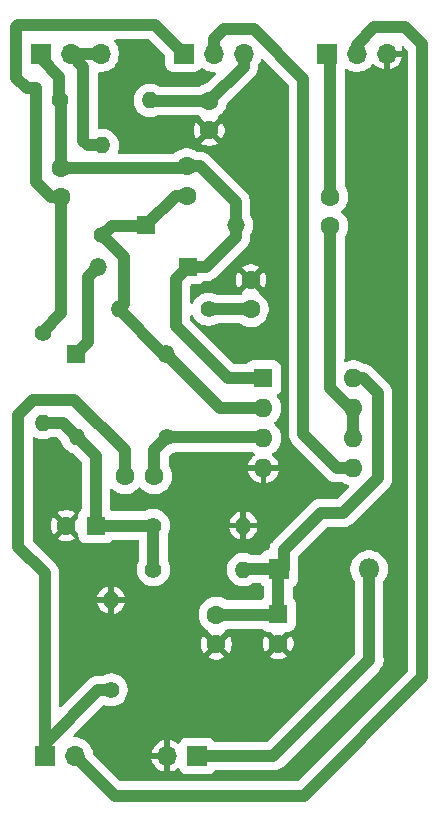
<source format=gbr>
%TF.GenerationSoftware,KiCad,Pcbnew,9.0.0*%
%TF.CreationDate,2025-03-29T15:55:27-07:00*%
%TF.ProjectId,Distortion-prototype,44697374-6f72-4746-996f-6e2d70726f74,rev?*%
%TF.SameCoordinates,Original*%
%TF.FileFunction,Copper,L2,Bot*%
%TF.FilePolarity,Positive*%
%FSLAX46Y46*%
G04 Gerber Fmt 4.6, Leading zero omitted, Abs format (unit mm)*
G04 Created by KiCad (PCBNEW 9.0.0) date 2025-03-29 15:55:27*
%MOMM*%
%LPD*%
G01*
G04 APERTURE LIST*
%TA.AperFunction,ComponentPad*%
%ADD10R,1.500000X1.500000*%
%TD*%
%TA.AperFunction,ComponentPad*%
%ADD11O,1.500000X1.500000*%
%TD*%
%TA.AperFunction,ComponentPad*%
%ADD12R,1.600000X1.600000*%
%TD*%
%TA.AperFunction,ComponentPad*%
%ADD13C,1.600000*%
%TD*%
%TA.AperFunction,ComponentPad*%
%ADD14C,1.400000*%
%TD*%
%TA.AperFunction,ComponentPad*%
%ADD15O,1.400000X1.400000*%
%TD*%
%TA.AperFunction,ComponentPad*%
%ADD16R,1.700000X1.700000*%
%TD*%
%TA.AperFunction,ComponentPad*%
%ADD17O,1.700000X1.700000*%
%TD*%
%TA.AperFunction,ComponentPad*%
%ADD18R,1.800000X1.800000*%
%TD*%
%TA.AperFunction,ComponentPad*%
%ADD19O,1.800000X1.800000*%
%TD*%
%TA.AperFunction,ComponentPad*%
%ADD20O,1.600000X1.600000*%
%TD*%
%TA.AperFunction,Conductor*%
%ADD21C,1.000000*%
%TD*%
G04 APERTURE END LIST*
D10*
%TO.P,D2,1,K*%
%TO.N,Net-(D2-K)*%
X134747000Y-108026200D03*
D11*
%TO.P,D2,2,A*%
%TO.N,Net-(D1-K)*%
X127127000Y-108026200D03*
%TD*%
D10*
%TO.P,D1,1,K*%
%TO.N,Net-(D1-K)*%
X125272800Y-115366800D03*
D11*
%TO.P,D1,2,A*%
%TO.N,Net-(D1-A)*%
X132892800Y-115366800D03*
%TD*%
D12*
%TO.P,C8,1*%
%TO.N,+9V*%
X142417800Y-137388600D03*
D13*
%TO.P,C8,2*%
%TO.N,GND*%
X142417800Y-139888600D03*
%TD*%
D14*
%TO.P,R1,1*%
%TO.N,DIST IN*%
X128270000Y-143814800D03*
D15*
%TO.P,R1,2*%
%TO.N,GND*%
X128270000Y-136194800D03*
%TD*%
D13*
%TO.P,C2,1*%
%TO.N,Net-(D1-A)*%
X134670800Y-101955600D03*
%TO.P,C2,2*%
%TO.N,Net-(D2-K)*%
X134670800Y-99455600D03*
%TD*%
D10*
%TO.P,D3,1,K*%
%TO.N,Net-(D1-A)*%
X131216400Y-104470200D03*
D11*
%TO.P,D3,2,A*%
%TO.N,Net-(D2-K)*%
X138836400Y-104470200D03*
%TD*%
D16*
%TO.P,TONE1,1,1*%
%TO.N,Net-(C4-Pad2)*%
X134411600Y-89941400D03*
D17*
%TO.P,TONE1,2,2*%
%TO.N,Net-(U1B-+)*%
X136951600Y-89941400D03*
%TO.P,TONE1,3,3*%
%TO.N,Net-(C5-Pad2)*%
X139491600Y-89941400D03*
%TD*%
D13*
%TO.P,C3,1*%
%TO.N,GND*%
X140106400Y-109087600D03*
%TO.P,C3,2*%
%TO.N,Net-(C3-Pad2)*%
X140106400Y-111587600D03*
%TD*%
D16*
%TO.P,VOL1,1,1*%
%TO.N,Net-(C6-Pad1)*%
X146522200Y-89941400D03*
D17*
%TO.P,VOL1,2,2*%
%TO.N,DIST OUT*%
X149062200Y-89941400D03*
%TO.P,VOL1,3,3*%
%TO.N,GND*%
X151602200Y-89941400D03*
%TD*%
D14*
%TO.P,R5,1*%
%TO.N,Net-(D2-K)*%
X123953600Y-93903800D03*
D15*
%TO.P,R5,2*%
%TO.N,Net-(C5-Pad2)*%
X131573600Y-93903800D03*
%TD*%
D13*
%TO.P,C4,1*%
%TO.N,Net-(D2-K)*%
X124053600Y-99618800D03*
%TO.P,C4,2*%
%TO.N,Net-(C4-Pad2)*%
X124053600Y-102118800D03*
%TD*%
D14*
%TO.P,R3,1*%
%TO.N,Net-(D1-A)*%
X127533400Y-105333800D03*
D15*
%TO.P,R3,2*%
%TO.N,Net-(GAIN1-Pad2)*%
X127533400Y-97713800D03*
%TD*%
D16*
%TO.P,GAIN1,1,1*%
%TO.N,Net-(D2-K)*%
X122301000Y-89941400D03*
D17*
%TO.P,GAIN1,2,2*%
%TO.N,Net-(GAIN1-Pad2)*%
X124841000Y-89941400D03*
%TO.P,GAIN1,3,3*%
X127381000Y-89941400D03*
%TD*%
D16*
%TO.P,J2,1,Pin_1*%
%TO.N,DIST IN*%
X122656600Y-149377400D03*
D17*
%TO.P,J2,2,Pin_2*%
%TO.N,DIST OUT*%
X125196600Y-149377400D03*
%TD*%
D18*
%TO.P,D4,1,K*%
%TO.N,+9V*%
X142494000Y-133578600D03*
D19*
%TO.P,D4,2,A*%
%TO.N,Net-(D4-A)*%
X150114000Y-133578600D03*
%TD*%
D14*
%TO.P,R7,1*%
%TO.N,+5VA*%
X131851400Y-129895600D03*
D15*
%TO.P,R7,2*%
%TO.N,GND*%
X139471400Y-129895600D03*
%TD*%
D14*
%TO.P,R2,1*%
%TO.N,Net-(U1A-+)*%
X133045200Y-122428000D03*
D15*
%TO.P,R2,2*%
%TO.N,+5VA*%
X125425200Y-122428000D03*
%TD*%
D14*
%TO.P,R8,1*%
%TO.N,+5VA*%
X131851400Y-133629400D03*
D15*
%TO.P,R8,2*%
%TO.N,+9V*%
X139471400Y-133629400D03*
%TD*%
D13*
%TO.P,C5,1*%
%TO.N,GND*%
X136575800Y-96449200D03*
%TO.P,C5,2*%
%TO.N,Net-(C5-Pad2)*%
X136575800Y-93949200D03*
%TD*%
D12*
%TO.P,U1,1*%
%TO.N,Net-(D2-K)*%
X141173200Y-117408800D03*
D20*
%TO.P,U1,2,-*%
%TO.N,Net-(D1-A)*%
X141173200Y-119948800D03*
%TO.P,U1,3,+*%
%TO.N,Net-(U1A-+)*%
X141173200Y-122488800D03*
%TO.P,U1,4,V-*%
%TO.N,GND*%
X141173200Y-125028800D03*
%TO.P,U1,5,+*%
%TO.N,Net-(U1B-+)*%
X148793200Y-125028800D03*
%TO.P,U1,6,-*%
%TO.N,Net-(U1B--)*%
X148793200Y-122488800D03*
%TO.P,U1,7*%
X148793200Y-119948800D03*
%TO.P,U1,8,V+*%
%TO.N,+9V*%
X148793200Y-117408800D03*
%TD*%
D12*
%TO.P,C7,1*%
%TO.N,+5VA*%
X126985913Y-129895600D03*
D13*
%TO.P,C7,2*%
%TO.N,GND*%
X124485913Y-129895600D03*
%TD*%
%TO.P,C6,1*%
%TO.N,Net-(C6-Pad1)*%
X146837400Y-102051800D03*
%TO.P,C6,2*%
%TO.N,Net-(U1B--)*%
X146837400Y-104551800D03*
%TD*%
D14*
%TO.P,R4,1*%
%TO.N,Net-(C3-Pad2)*%
X136525000Y-111582200D03*
D15*
%TO.P,R4,2*%
%TO.N,Net-(D1-A)*%
X128905000Y-111582200D03*
%TD*%
D13*
%TO.P,C1,1*%
%TO.N,DIST IN*%
X129433000Y-125730000D03*
%TO.P,C1,2*%
%TO.N,Net-(U1A-+)*%
X131933000Y-125730000D03*
%TD*%
D16*
%TO.P,J1,1,Pin_1*%
%TO.N,Net-(D4-A)*%
X135559800Y-149402800D03*
D17*
%TO.P,J1,2,Pin_2*%
%TO.N,GND*%
X133019800Y-149402800D03*
%TD*%
D13*
%TO.P,C9,1*%
%TO.N,+9V*%
X137185400Y-137439400D03*
%TO.P,C9,2*%
%TO.N,GND*%
X137185400Y-139939400D03*
%TD*%
D14*
%TO.P,R6,1*%
%TO.N,Net-(C4-Pad2)*%
X122478800Y-113563400D03*
D15*
%TO.P,R6,2*%
%TO.N,+5VA*%
X122478800Y-121183400D03*
%TD*%
D21*
%TO.N,Net-(U1A-+)*%
X131933000Y-125730000D02*
X131933000Y-123540200D01*
X131933000Y-125786200D02*
X131933000Y-125730000D01*
X131933000Y-123540200D02*
X133045200Y-122428000D01*
X141112400Y-122428000D02*
X141173200Y-122488800D01*
X133045200Y-122428000D02*
X141112400Y-122428000D01*
%TO.N,DIST IN*%
X122656600Y-148361400D02*
X122656600Y-149377400D01*
X120421400Y-131673600D02*
X120421400Y-120552380D01*
X122656600Y-149377400D02*
X122656600Y-133908800D01*
X127203200Y-143814800D02*
X122656600Y-148361400D01*
X122656600Y-149377400D02*
X122707400Y-149377400D01*
X129433000Y-123540200D02*
X129433000Y-125730000D01*
X128270000Y-143814800D02*
X127203200Y-143814800D01*
X125171200Y-119278400D02*
X129433000Y-123540200D01*
X122656600Y-133908800D02*
X120421400Y-131673600D01*
X121695380Y-119278400D02*
X125171200Y-119278400D01*
X129667114Y-125730000D02*
X129433000Y-125730000D01*
X120421400Y-120552380D02*
X121695380Y-119278400D01*
%TO.N,Net-(D2-K)*%
X133781800Y-108991400D02*
X133781800Y-113030000D01*
X136296400Y-108026200D02*
X134747000Y-108026200D01*
X134670800Y-99455600D02*
X134507600Y-99618800D01*
X138836400Y-104470200D02*
X138836400Y-105486200D01*
X134747000Y-108026200D02*
X133781800Y-108991400D01*
X122301000Y-90347800D02*
X122301000Y-89941400D01*
X134507600Y-99618800D02*
X124053600Y-99618800D01*
X141147800Y-117383400D02*
X141173200Y-117408800D01*
X133781800Y-113030000D02*
X138160600Y-117408800D01*
X123850400Y-93903800D02*
X123850400Y-91897200D01*
X123850400Y-91897200D02*
X122301000Y-90347800D01*
X138836400Y-105486200D02*
X136296400Y-108026200D01*
X138836400Y-102489830D02*
X135802170Y-99455600D01*
X138160600Y-117408800D02*
X141173200Y-117408800D01*
X124053600Y-94003800D02*
X123953600Y-93903800D01*
X124053600Y-99618800D02*
X124053600Y-94003800D01*
X138836400Y-104470200D02*
X138836400Y-102489830D01*
X135802170Y-99455600D02*
X134670800Y-99455600D01*
%TO.N,Net-(D1-A)*%
X134670800Y-101955600D02*
X133731000Y-101955600D01*
X131140200Y-104546400D02*
X131216400Y-104470200D01*
X128905000Y-111582200D02*
X129387600Y-111099600D01*
X133731000Y-101955600D02*
X131216400Y-104470200D01*
X141173200Y-119948800D02*
X137474800Y-119948800D01*
X132892800Y-115366800D02*
X132689600Y-115366800D01*
X132689600Y-115366800D02*
X128905000Y-111582200D01*
X129387600Y-107188000D02*
X127533400Y-105333800D01*
X137474800Y-119948800D02*
X132892800Y-115366800D01*
X129387600Y-111099600D02*
X129387600Y-107188000D01*
X128320800Y-104546400D02*
X131140200Y-104546400D01*
X127533400Y-105333800D02*
X128320800Y-104546400D01*
%TO.N,Net-(C3-Pad2)*%
X140101000Y-111582200D02*
X140106400Y-111587600D01*
X136525000Y-111582200D02*
X140101000Y-111582200D01*
X136575800Y-111531400D02*
X136525000Y-111582200D01*
%TO.N,Net-(C4-Pad2)*%
X122478800Y-113563400D02*
X122478800Y-113487200D01*
X124053600Y-111912400D02*
X124053600Y-102118800D01*
X124053600Y-102118800D02*
X123175400Y-102118800D01*
X131998600Y-87528400D02*
X134411600Y-89941400D01*
X121894600Y-100838000D02*
X121894600Y-92887800D01*
X123175400Y-102118800D02*
X121894600Y-100838000D01*
X122478800Y-113487200D02*
X124053600Y-111912400D01*
X121894600Y-92887800D02*
X121145400Y-92887800D01*
X120421400Y-87528400D02*
X131998600Y-87528400D01*
X120250000Y-91992400D02*
X120250000Y-87699800D01*
X121145400Y-92887800D02*
X120250000Y-91992400D01*
X120250000Y-87699800D02*
X120421400Y-87528400D01*
%TO.N,Net-(C5-Pad2)*%
X139491600Y-89941400D02*
X139491600Y-91033400D01*
X131619000Y-93949200D02*
X131573600Y-93903800D01*
X139491600Y-91033400D02*
X136575800Y-93949200D01*
X136530400Y-93903800D02*
X136575800Y-93949200D01*
X136575800Y-93949200D02*
X131619000Y-93949200D01*
%TO.N,Net-(U1B--)*%
X148793200Y-119948800D02*
X148503358Y-119948800D01*
X146792200Y-118237642D02*
X146792200Y-115640600D01*
X146837400Y-104551800D02*
X146837400Y-115595400D01*
X148503358Y-119948800D02*
X146792200Y-118237642D01*
X148793200Y-122488800D02*
X148793200Y-119948800D01*
X146837400Y-115595400D02*
X146792200Y-115640600D01*
%TO.N,Net-(C6-Pad1)*%
X146837400Y-102051800D02*
X146837400Y-90256600D01*
X146837400Y-90256600D02*
X146522200Y-89941400D01*
%TO.N,+5VA*%
X126985913Y-129895600D02*
X131851400Y-129895600D01*
X122478800Y-121183400D02*
X122529600Y-121234200D01*
X126985913Y-129895600D02*
X126985913Y-123988713D01*
X131851400Y-133629400D02*
X131851400Y-129895600D01*
X126985913Y-123988713D02*
X125425200Y-122428000D01*
X122529600Y-121234200D02*
X124231400Y-121234200D01*
X124231400Y-121234200D02*
X125425200Y-122428000D01*
%TO.N,+9V*%
X150850600Y-125907800D02*
X147904200Y-128854200D01*
X150850600Y-118668800D02*
X150850600Y-125907800D01*
X139522200Y-133578600D02*
X139471400Y-133629400D01*
X142443200Y-133629400D02*
X142494000Y-133578600D01*
X142417800Y-137388600D02*
X142367000Y-137439400D01*
X142417800Y-137388600D02*
X142443200Y-137363200D01*
X147904200Y-128854200D02*
X146024600Y-128854200D01*
X142367000Y-137439400D02*
X137185400Y-137439400D01*
X142494000Y-133578600D02*
X139522200Y-133578600D01*
X142443200Y-137363200D02*
X142443200Y-133629400D01*
X149590600Y-117408800D02*
X150850600Y-118668800D01*
X142875000Y-132003800D02*
X142875000Y-133578600D01*
X148793200Y-117408800D02*
X149590600Y-117408800D01*
X146024600Y-128854200D02*
X142875000Y-132003800D01*
%TO.N,Net-(D1-K)*%
X125272800Y-115366800D02*
X126288800Y-114350800D01*
X126288800Y-108864400D02*
X127127000Y-108026200D01*
X126288800Y-114350800D02*
X126288800Y-108864400D01*
%TO.N,Net-(GAIN1-Pad2)*%
X125933200Y-97307400D02*
X125933200Y-91033600D01*
X127533400Y-97713800D02*
X126339600Y-97713800D01*
X125933200Y-91033600D02*
X124841000Y-89941400D01*
X124841000Y-89941400D02*
X127381000Y-89941400D01*
X126339600Y-97713800D02*
X125933200Y-97307400D01*
%TO.N,DIST OUT*%
X149062200Y-89215200D02*
X149062200Y-89941400D01*
X154584400Y-142748000D02*
X154584400Y-89154000D01*
X153136600Y-87706200D02*
X150571200Y-87706200D01*
X149062200Y-90286600D02*
X149062200Y-89941400D01*
X150571200Y-87706200D02*
X149062200Y-89215200D01*
X128574800Y-152755600D02*
X144576800Y-152755600D01*
X154584400Y-89154000D02*
X153136600Y-87706200D01*
X125196600Y-149377400D02*
X128574800Y-152755600D01*
X144576800Y-152755600D02*
X154584400Y-142748000D01*
%TO.N,Net-(U1B-+)*%
X137800519Y-87890400D02*
X136951600Y-88739319D01*
X144500600Y-122148600D02*
X144500600Y-92049847D01*
X148793200Y-125028800D02*
X147380800Y-125028800D01*
X140341153Y-87890400D02*
X137800519Y-87890400D01*
X136951600Y-88739319D02*
X136951600Y-89941400D01*
X144500600Y-92049847D02*
X140341153Y-87890400D01*
X147380800Y-125028800D02*
X144500600Y-122148600D01*
%TO.N,Net-(D4-A)*%
X150139400Y-141274800D02*
X150114000Y-141249400D01*
X135585200Y-149377400D02*
X135559800Y-149402800D01*
X150114000Y-141249400D02*
X150114000Y-133578600D01*
X142011400Y-149402800D02*
X150139400Y-141274800D01*
X135559800Y-149402800D02*
X142011400Y-149402800D01*
%TD*%
%TA.AperFunction,Conductor*%
%TO.N,GND*%
G36*
X131517013Y-88748585D02*
G01*
X131537655Y-88765219D01*
X132824781Y-90052345D01*
X132858266Y-90113668D01*
X132861100Y-90140026D01*
X132861100Y-90848013D01*
X132867513Y-90918592D01*
X132867513Y-90918594D01*
X132867514Y-90918596D01*
X132883882Y-90971123D01*
X132918122Y-91081006D01*
X133006130Y-91226588D01*
X133126411Y-91346869D01*
X133126413Y-91346870D01*
X133126415Y-91346872D01*
X133271994Y-91434878D01*
X133434404Y-91485486D01*
X133504984Y-91491900D01*
X133504987Y-91491900D01*
X135318213Y-91491900D01*
X135318216Y-91491900D01*
X135388796Y-91485486D01*
X135551206Y-91434878D01*
X135696785Y-91346872D01*
X135817072Y-91226585D01*
X135828294Y-91208020D01*
X135879820Y-91160831D01*
X135948679Y-91148990D01*
X136007298Y-91171849D01*
X136138956Y-91267503D01*
X136138958Y-91267504D01*
X136138961Y-91267506D01*
X136356415Y-91378304D01*
X136588524Y-91453721D01*
X136829573Y-91491900D01*
X136829574Y-91491900D01*
X137035974Y-91491900D01*
X137103013Y-91511585D01*
X137148768Y-91564389D01*
X137158712Y-91633547D01*
X137129687Y-91697103D01*
X137123655Y-91703581D01*
X136392125Y-92435109D01*
X136330802Y-92468594D01*
X136323843Y-92469901D01*
X136224434Y-92485646D01*
X135999805Y-92558633D01*
X135789363Y-92665859D01*
X135707938Y-92725018D01*
X135642132Y-92748498D01*
X135635053Y-92748700D01*
X132406705Y-92748700D01*
X132339666Y-92729015D01*
X132333822Y-92725020D01*
X132327628Y-92720520D01*
X132307622Y-92705985D01*
X132303946Y-92704112D01*
X132111206Y-92605904D01*
X132111203Y-92605903D01*
X131901552Y-92537785D01*
X131731124Y-92510792D01*
X131683822Y-92503300D01*
X131463378Y-92503300D01*
X131416076Y-92510792D01*
X131245647Y-92537785D01*
X131035996Y-92605903D01*
X131035993Y-92605904D01*
X130839574Y-92705987D01*
X130661241Y-92835552D01*
X130661236Y-92835556D01*
X130505356Y-92991436D01*
X130505352Y-92991441D01*
X130375787Y-93169774D01*
X130275704Y-93366193D01*
X130275703Y-93366196D01*
X130207585Y-93575847D01*
X130173100Y-93793578D01*
X130173100Y-94014021D01*
X130207585Y-94231752D01*
X130275703Y-94441403D01*
X130275704Y-94441406D01*
X130375787Y-94637825D01*
X130505352Y-94816158D01*
X130505356Y-94816163D01*
X130661236Y-94972043D01*
X130661241Y-94972047D01*
X130816792Y-95085060D01*
X130839578Y-95101615D01*
X130945517Y-95155594D01*
X131035993Y-95201695D01*
X131035996Y-95201696D01*
X131130933Y-95232542D01*
X131245649Y-95269815D01*
X131463378Y-95304300D01*
X131463379Y-95304300D01*
X131683821Y-95304300D01*
X131683822Y-95304300D01*
X131901551Y-95269815D01*
X132111206Y-95201695D01*
X132167623Y-95172949D01*
X132186727Y-95163215D01*
X132243022Y-95149700D01*
X135635053Y-95149700D01*
X135655128Y-95155594D01*
X135676026Y-95156665D01*
X135698032Y-95168192D01*
X135702092Y-95169385D01*
X135707339Y-95172949D01*
X135707686Y-95173197D01*
X135789367Y-95232543D01*
X135792930Y-95234358D01*
X135800099Y-95239502D01*
X135818936Y-95263631D01*
X135839475Y-95286331D01*
X135840367Y-95291085D01*
X135843094Y-95294577D01*
X135845076Y-95316154D01*
X135851431Y-95349982D01*
X135849877Y-95369724D01*
X136529354Y-96049200D01*
X136523139Y-96049200D01*
X136421406Y-96076459D01*
X136330194Y-96129120D01*
X136255720Y-96203594D01*
X136203059Y-96294806D01*
X136175800Y-96396539D01*
X136175800Y-96402753D01*
X135496324Y-95723277D01*
X135496323Y-95723277D01*
X135463943Y-95767844D01*
X135371044Y-95950168D01*
X135307809Y-96144782D01*
X135275800Y-96346882D01*
X135275800Y-96551517D01*
X135307809Y-96753617D01*
X135371044Y-96948231D01*
X135463941Y-97130550D01*
X135463947Y-97130559D01*
X135496323Y-97175121D01*
X135496324Y-97175122D01*
X136175800Y-96495646D01*
X136175800Y-96501861D01*
X136203059Y-96603594D01*
X136255720Y-96694806D01*
X136330194Y-96769280D01*
X136421406Y-96821941D01*
X136523139Y-96849200D01*
X136529353Y-96849200D01*
X135849876Y-97528674D01*
X135894450Y-97561059D01*
X136076768Y-97653955D01*
X136271382Y-97717190D01*
X136473483Y-97749200D01*
X136678117Y-97749200D01*
X136880217Y-97717190D01*
X137074831Y-97653955D01*
X137257149Y-97561059D01*
X137301721Y-97528674D01*
X136622247Y-96849200D01*
X136628461Y-96849200D01*
X136730194Y-96821941D01*
X136821406Y-96769280D01*
X136895880Y-96694806D01*
X136948541Y-96603594D01*
X136975800Y-96501861D01*
X136975800Y-96495648D01*
X137655274Y-97175122D01*
X137655274Y-97175121D01*
X137687659Y-97130549D01*
X137780555Y-96948231D01*
X137843790Y-96753617D01*
X137875800Y-96551517D01*
X137875800Y-96346882D01*
X137843790Y-96144782D01*
X137780555Y-95950168D01*
X137687659Y-95767850D01*
X137655274Y-95723277D01*
X137655274Y-95723276D01*
X136975800Y-96402751D01*
X136975800Y-96396539D01*
X136948541Y-96294806D01*
X136895880Y-96203594D01*
X136821406Y-96129120D01*
X136730194Y-96076459D01*
X136628461Y-96049200D01*
X136622246Y-96049200D01*
X137301721Y-95369725D01*
X137300168Y-95349982D01*
X137314532Y-95281605D01*
X137359009Y-95234518D01*
X137362223Y-95232547D01*
X137362233Y-95232543D01*
X137553310Y-95093717D01*
X137720317Y-94926710D01*
X137859143Y-94735633D01*
X137966368Y-94525192D01*
X138039353Y-94300568D01*
X138055098Y-94201153D01*
X138085025Y-94138023D01*
X138089871Y-94132891D01*
X140407290Y-91815473D01*
X140518360Y-91662599D01*
X140604147Y-91494232D01*
X140662540Y-91314518D01*
X140669986Y-91267506D01*
X140692100Y-91127886D01*
X140692100Y-90967210D01*
X140711785Y-90900171D01*
X140715764Y-90894349D01*
X140817706Y-90754039D01*
X140928504Y-90536585D01*
X140954523Y-90456506D01*
X140993959Y-90398833D01*
X141058318Y-90371634D01*
X141127164Y-90383548D01*
X141160134Y-90407145D01*
X143263781Y-92510792D01*
X143297266Y-92572115D01*
X143300100Y-92598473D01*
X143300100Y-122243086D01*
X143329659Y-122429718D01*
X143388054Y-122609436D01*
X143463816Y-122758126D01*
X143473840Y-122777799D01*
X143584910Y-122930674D01*
X146598727Y-125944490D01*
X146751601Y-126055560D01*
X146831147Y-126096090D01*
X146919963Y-126141345D01*
X146919965Y-126141345D01*
X146919968Y-126141347D01*
X147016297Y-126172646D01*
X147099681Y-126199740D01*
X147286314Y-126229300D01*
X147286319Y-126229300D01*
X147475282Y-126229300D01*
X147852453Y-126229300D01*
X147919492Y-126248985D01*
X147925338Y-126252982D01*
X147985633Y-126296788D01*
X148006767Y-126312143D01*
X148117633Y-126368632D01*
X148217203Y-126419366D01*
X148217205Y-126419366D01*
X148217208Y-126419368D01*
X148344827Y-126460834D01*
X148402502Y-126500272D01*
X148429700Y-126564631D01*
X148417785Y-126633477D01*
X148394189Y-126666446D01*
X147443255Y-127617381D01*
X147381932Y-127650866D01*
X147355574Y-127653700D01*
X145930113Y-127653700D01*
X145743485Y-127683259D01*
X145563765Y-127741654D01*
X145395400Y-127827440D01*
X145242523Y-127938512D01*
X141959310Y-131221725D01*
X141937992Y-131251068D01*
X141874049Y-131339078D01*
X141874048Y-131339080D01*
X141848240Y-131374599D01*
X141762454Y-131542963D01*
X141704059Y-131722681D01*
X141680173Y-131873498D01*
X141650244Y-131936633D01*
X141590932Y-131973564D01*
X141557700Y-131978100D01*
X141537384Y-131978100D01*
X141518145Y-131979848D01*
X141466807Y-131984513D01*
X141304393Y-132035122D01*
X141158811Y-132123130D01*
X141038528Y-132243413D01*
X141038528Y-132243414D01*
X140993288Y-132318250D01*
X140941760Y-132365438D01*
X140887171Y-132378100D01*
X140130224Y-132378100D01*
X140073929Y-132364585D01*
X140009006Y-132331504D01*
X140009003Y-132331503D01*
X139799352Y-132263385D01*
X139673253Y-132243413D01*
X139581622Y-132228900D01*
X139361178Y-132228900D01*
X139288601Y-132240395D01*
X139143447Y-132263385D01*
X138933796Y-132331503D01*
X138933793Y-132331504D01*
X138737374Y-132431587D01*
X138559041Y-132561152D01*
X138559036Y-132561156D01*
X138403156Y-132717036D01*
X138403152Y-132717041D01*
X138273587Y-132895374D01*
X138173504Y-133091793D01*
X138173503Y-133091796D01*
X138105385Y-133301447D01*
X138070900Y-133519178D01*
X138070900Y-133739621D01*
X138105385Y-133957352D01*
X138173503Y-134167003D01*
X138173504Y-134167006D01*
X138273587Y-134363425D01*
X138403152Y-134541758D01*
X138403156Y-134541763D01*
X138559036Y-134697643D01*
X138559041Y-134697647D01*
X138671153Y-134779100D01*
X138737378Y-134827215D01*
X138865775Y-134892637D01*
X138933793Y-134927295D01*
X138933796Y-134927296D01*
X139038621Y-134961355D01*
X139143449Y-134995415D01*
X139361178Y-135029900D01*
X139361179Y-135029900D01*
X139581621Y-135029900D01*
X139581622Y-135029900D01*
X139799351Y-134995415D01*
X140009006Y-134927295D01*
X140205422Y-134827215D01*
X140226581Y-134811841D01*
X140239052Y-134802782D01*
X140304858Y-134779302D01*
X140311937Y-134779100D01*
X140887171Y-134779100D01*
X140954210Y-134798785D01*
X140993288Y-134838950D01*
X141038526Y-134913783D01*
X141038527Y-134913784D01*
X141038528Y-134913785D01*
X141158815Y-135034072D01*
X141182848Y-135048600D01*
X141230036Y-135100126D01*
X141242700Y-135154718D01*
X141242700Y-135926869D01*
X141223015Y-135993908D01*
X141188057Y-136027921D01*
X141188515Y-136028506D01*
X141183081Y-136032762D01*
X141182856Y-136032982D01*
X141182616Y-136033126D01*
X141182610Y-136033131D01*
X141062330Y-136153411D01*
X141046830Y-136179052D01*
X140995301Y-136226238D01*
X140940714Y-136238900D01*
X138126147Y-136238900D01*
X138059108Y-136219215D01*
X138053262Y-136215218D01*
X137971836Y-136156059D01*
X137971835Y-136156058D01*
X137971833Y-136156057D01*
X137906115Y-136122572D01*
X137761396Y-136048833D01*
X137536768Y-135975846D01*
X137303497Y-135938900D01*
X137303492Y-135938900D01*
X137067308Y-135938900D01*
X137067303Y-135938900D01*
X136834031Y-135975846D01*
X136609403Y-136048833D01*
X136398966Y-136156057D01*
X136317539Y-136215218D01*
X136207890Y-136294883D01*
X136207888Y-136294885D01*
X136207887Y-136294885D01*
X136040885Y-136461887D01*
X136040885Y-136461888D01*
X136040883Y-136461890D01*
X135997975Y-136520948D01*
X135902057Y-136652966D01*
X135794833Y-136863403D01*
X135721846Y-137088031D01*
X135684900Y-137321302D01*
X135684900Y-137557497D01*
X135721846Y-137790768D01*
X135794833Y-138015396D01*
X135902057Y-138225833D01*
X136040883Y-138416910D01*
X136207890Y-138583917D01*
X136398967Y-138722743D01*
X136398970Y-138722744D01*
X136402197Y-138724722D01*
X136449075Y-138776531D01*
X136461031Y-138840182D01*
X136459477Y-138859924D01*
X137138954Y-139539400D01*
X137132739Y-139539400D01*
X137031006Y-139566659D01*
X136939794Y-139619320D01*
X136865320Y-139693794D01*
X136812659Y-139785006D01*
X136785400Y-139886739D01*
X136785400Y-139892953D01*
X136105924Y-139213477D01*
X136105923Y-139213477D01*
X136073543Y-139258044D01*
X135980644Y-139440368D01*
X135917409Y-139634982D01*
X135885400Y-139837082D01*
X135885400Y-140041717D01*
X135917409Y-140243817D01*
X135980644Y-140438431D01*
X136073541Y-140620750D01*
X136073547Y-140620759D01*
X136105923Y-140665321D01*
X136105924Y-140665322D01*
X136785400Y-139985846D01*
X136785400Y-139992061D01*
X136812659Y-140093794D01*
X136865320Y-140185006D01*
X136939794Y-140259480D01*
X137031006Y-140312141D01*
X137132739Y-140339400D01*
X137138953Y-140339400D01*
X136459476Y-141018874D01*
X136504050Y-141051259D01*
X136686368Y-141144155D01*
X136880982Y-141207390D01*
X137083083Y-141239400D01*
X137287717Y-141239400D01*
X137489817Y-141207390D01*
X137684431Y-141144155D01*
X137866749Y-141051259D01*
X137911321Y-141018874D01*
X137911322Y-141018874D01*
X137900944Y-141008496D01*
X137231847Y-140339400D01*
X137238061Y-140339400D01*
X137339794Y-140312141D01*
X137431006Y-140259480D01*
X137505480Y-140185006D01*
X137558141Y-140093794D01*
X137585400Y-139992061D01*
X137585400Y-139985847D01*
X138264874Y-140665321D01*
X138297259Y-140620749D01*
X138390155Y-140438431D01*
X138453390Y-140243817D01*
X138485400Y-140041717D01*
X138485400Y-139837087D01*
X138479655Y-139800813D01*
X138479655Y-139800810D01*
X138453390Y-139634982D01*
X138390155Y-139440368D01*
X138297259Y-139258050D01*
X138264874Y-139213477D01*
X138264874Y-139213476D01*
X137585400Y-139892951D01*
X137585400Y-139886739D01*
X137558141Y-139785006D01*
X137505480Y-139693794D01*
X137431006Y-139619320D01*
X137339794Y-139566659D01*
X137238061Y-139539400D01*
X137231846Y-139539400D01*
X137911321Y-138859925D01*
X137909768Y-138840182D01*
X137911978Y-138829657D01*
X137909906Y-138819105D01*
X137919036Y-138796062D01*
X137924132Y-138771805D01*
X137932361Y-138762432D01*
X137935644Y-138754148D01*
X137954112Y-138737659D01*
X137961100Y-138729702D01*
X137968266Y-138724560D01*
X137971833Y-138722743D01*
X138053514Y-138663397D01*
X138053861Y-138663149D01*
X138086505Y-138651720D01*
X138119068Y-138640102D01*
X138119748Y-138640082D01*
X138119807Y-138640062D01*
X138119877Y-138640078D01*
X138126147Y-138639900D01*
X141027081Y-138639900D01*
X141094120Y-138659585D01*
X141114757Y-138676214D01*
X141182615Y-138744072D01*
X141328194Y-138832078D01*
X141490604Y-138882686D01*
X141561184Y-138889100D01*
X141561187Y-138889100D01*
X141720491Y-138889100D01*
X141787530Y-138908785D01*
X141808172Y-138925419D01*
X142371354Y-139488600D01*
X142365139Y-139488600D01*
X142263406Y-139515859D01*
X142172194Y-139568520D01*
X142097720Y-139642994D01*
X142045059Y-139734206D01*
X142017800Y-139835939D01*
X142017800Y-139842153D01*
X141338324Y-139162677D01*
X141338323Y-139162677D01*
X141305943Y-139207244D01*
X141213044Y-139389568D01*
X141149809Y-139584182D01*
X141117800Y-139786282D01*
X141117800Y-139990917D01*
X141149809Y-140193017D01*
X141213044Y-140387631D01*
X141305941Y-140569950D01*
X141305947Y-140569959D01*
X141338323Y-140614521D01*
X141338324Y-140614522D01*
X142017800Y-139935046D01*
X142017800Y-139941261D01*
X142045059Y-140042994D01*
X142097720Y-140134206D01*
X142172194Y-140208680D01*
X142263406Y-140261341D01*
X142365139Y-140288600D01*
X142371353Y-140288600D01*
X141691876Y-140968074D01*
X141736450Y-141000459D01*
X141918768Y-141093355D01*
X142113382Y-141156590D01*
X142315483Y-141188600D01*
X142520117Y-141188600D01*
X142722217Y-141156590D01*
X142916831Y-141093355D01*
X143099149Y-141000459D01*
X143143721Y-140968074D01*
X142464247Y-140288600D01*
X142470461Y-140288600D01*
X142572194Y-140261341D01*
X142663406Y-140208680D01*
X142737880Y-140134206D01*
X142790541Y-140042994D01*
X142817800Y-139941261D01*
X142817800Y-139935047D01*
X143497274Y-140614521D01*
X143529659Y-140569949D01*
X143622555Y-140387631D01*
X143685790Y-140193017D01*
X143717800Y-139990917D01*
X143717800Y-139786282D01*
X143685790Y-139584182D01*
X143622555Y-139389568D01*
X143529659Y-139207250D01*
X143497274Y-139162677D01*
X143497274Y-139162676D01*
X142817800Y-139842151D01*
X142817800Y-139835939D01*
X142790541Y-139734206D01*
X142737880Y-139642994D01*
X142663406Y-139568520D01*
X142572194Y-139515859D01*
X142470461Y-139488600D01*
X142464246Y-139488600D01*
X143027428Y-138925419D01*
X143088751Y-138891934D01*
X143115109Y-138889100D01*
X143274413Y-138889100D01*
X143274416Y-138889100D01*
X143344996Y-138882686D01*
X143507406Y-138832078D01*
X143652985Y-138744072D01*
X143773272Y-138623785D01*
X143861278Y-138478206D01*
X143911886Y-138315796D01*
X143918300Y-138245216D01*
X143918300Y-136531984D01*
X143911886Y-136461404D01*
X143861278Y-136298994D01*
X143773272Y-136153415D01*
X143773270Y-136153413D01*
X143773269Y-136153411D01*
X143680019Y-136060161D01*
X143646534Y-135998838D01*
X143643700Y-135972480D01*
X143643700Y-135216138D01*
X143663385Y-135149099D01*
X143703548Y-135110021D01*
X143829185Y-135034072D01*
X143949472Y-134913785D01*
X144037478Y-134768206D01*
X144088086Y-134605796D01*
X144094500Y-134535216D01*
X144094500Y-132621984D01*
X144088099Y-132551554D01*
X144101635Y-132483012D01*
X144123906Y-132452657D01*
X146485545Y-130091019D01*
X146546868Y-130057534D01*
X146573226Y-130054700D01*
X147998686Y-130054700D01*
X148185318Y-130025140D01*
X148244775Y-130005821D01*
X148365032Y-129966747D01*
X148533399Y-129880960D01*
X148686274Y-129769890D01*
X151766290Y-126689873D01*
X151877360Y-126536999D01*
X151963147Y-126368632D01*
X152021540Y-126188918D01*
X152051100Y-126002286D01*
X152051100Y-118574319D01*
X152042300Y-118518759D01*
X152042300Y-118518758D01*
X152021540Y-118387685D01*
X152021540Y-118387682D01*
X151963147Y-118207968D01*
X151963145Y-118207965D01*
X151963145Y-118207963D01*
X151877359Y-118039600D01*
X151766290Y-117886726D01*
X150372674Y-116493110D01*
X150219799Y-116382040D01*
X150051432Y-116296253D01*
X149871718Y-116237860D01*
X149871716Y-116237859D01*
X149871714Y-116237859D01*
X149725449Y-116214693D01*
X149671963Y-116192539D01*
X149579633Y-116125457D01*
X149369196Y-116018233D01*
X149144568Y-115945246D01*
X148911297Y-115908300D01*
X148911292Y-115908300D01*
X148675108Y-115908300D01*
X148675103Y-115908300D01*
X148441831Y-115945246D01*
X148217200Y-116018234D01*
X148178452Y-116037978D01*
X148109782Y-116050874D01*
X148045042Y-116024597D01*
X148004786Y-115967490D01*
X148001794Y-115897684D01*
X148004221Y-115889192D01*
X148008340Y-115876518D01*
X148024463Y-115774716D01*
X148037900Y-115689886D01*
X148037900Y-105492546D01*
X148057585Y-105425507D01*
X148061573Y-105419671D01*
X148120743Y-105338233D01*
X148227968Y-105127792D01*
X148300953Y-104903168D01*
X148337900Y-104669897D01*
X148337900Y-104433702D01*
X148300953Y-104200431D01*
X148247495Y-104035905D01*
X148227968Y-103975808D01*
X148227966Y-103975805D01*
X148227966Y-103975803D01*
X148120742Y-103765366D01*
X147981917Y-103574290D01*
X147814910Y-103407283D01*
X147807801Y-103402118D01*
X147765135Y-103346788D01*
X147759156Y-103277175D01*
X147791762Y-103215380D01*
X147807801Y-103201482D01*
X147807900Y-103201409D01*
X147814910Y-103196317D01*
X147981917Y-103029310D01*
X148120743Y-102838233D01*
X148227968Y-102627792D01*
X148300953Y-102403168D01*
X148302192Y-102395343D01*
X148337900Y-102169897D01*
X148337900Y-101933702D01*
X148300953Y-101700431D01*
X148227966Y-101475803D01*
X148154881Y-101332367D01*
X148120743Y-101265367D01*
X148061582Y-101183938D01*
X148038102Y-101118132D01*
X148037900Y-101111053D01*
X148037900Y-91357089D01*
X148057585Y-91290050D01*
X148110389Y-91244295D01*
X148179547Y-91234351D01*
X148234786Y-91256772D01*
X148249556Y-91267503D01*
X148249558Y-91267504D01*
X148249561Y-91267506D01*
X148467015Y-91378304D01*
X148699124Y-91453721D01*
X148940173Y-91491900D01*
X148940174Y-91491900D01*
X149184226Y-91491900D01*
X149184227Y-91491900D01*
X149425276Y-91453721D01*
X149657385Y-91378304D01*
X149874839Y-91267506D01*
X150072283Y-91124055D01*
X150244855Y-90951483D01*
X150355798Y-90798782D01*
X150411126Y-90756118D01*
X150480740Y-90750139D01*
X150542535Y-90782744D01*
X150556432Y-90798782D01*
X150572475Y-90820862D01*
X150572476Y-90820864D01*
X150722735Y-90971123D01*
X150722740Y-90971127D01*
X150894642Y-91096020D01*
X151083982Y-91192495D01*
X151286071Y-91258157D01*
X151352200Y-91268631D01*
X151352200Y-90374412D01*
X151409207Y-90407325D01*
X151536374Y-90441400D01*
X151668026Y-90441400D01*
X151795193Y-90407325D01*
X151852200Y-90374412D01*
X151852200Y-91268630D01*
X151918326Y-91258157D01*
X151918329Y-91258157D01*
X152120417Y-91192495D01*
X152309757Y-91096020D01*
X152481659Y-90971127D01*
X152481664Y-90971123D01*
X152631923Y-90820864D01*
X152631927Y-90820859D01*
X152756820Y-90648957D01*
X152853295Y-90459617D01*
X152918957Y-90257529D01*
X152918957Y-90257526D01*
X152929431Y-90191400D01*
X152035212Y-90191400D01*
X152068125Y-90134393D01*
X152102200Y-90007226D01*
X152102200Y-89875574D01*
X152068125Y-89748407D01*
X152035212Y-89691400D01*
X152929431Y-89691400D01*
X152918957Y-89625273D01*
X152918957Y-89625270D01*
X152867295Y-89466270D01*
X152865300Y-89396429D01*
X152901380Y-89336596D01*
X152964081Y-89305768D01*
X153033496Y-89313733D01*
X153072907Y-89340271D01*
X153347581Y-89614945D01*
X153381066Y-89676268D01*
X153383900Y-89702626D01*
X153383900Y-142199374D01*
X153364215Y-142266413D01*
X153347581Y-142287055D01*
X144115855Y-151518781D01*
X144054532Y-151552266D01*
X144028174Y-151555100D01*
X129123426Y-151555100D01*
X129056387Y-151535415D01*
X129035745Y-151518781D01*
X126770839Y-149253875D01*
X126737354Y-149192552D01*
X126736047Y-149185592D01*
X126730853Y-149152800D01*
X131692569Y-149152800D01*
X132586788Y-149152800D01*
X132553875Y-149209807D01*
X132519800Y-149336974D01*
X132519800Y-149468626D01*
X132553875Y-149595793D01*
X132586788Y-149652800D01*
X131692569Y-149652800D01*
X131703042Y-149718926D01*
X131703042Y-149718929D01*
X131768704Y-149921017D01*
X131865179Y-150110357D01*
X131990072Y-150282259D01*
X131990076Y-150282264D01*
X132140335Y-150432523D01*
X132140340Y-150432527D01*
X132312242Y-150557420D01*
X132501582Y-150653895D01*
X132703671Y-150719557D01*
X132769800Y-150730031D01*
X132769800Y-149835812D01*
X132826807Y-149868725D01*
X132953974Y-149902800D01*
X133085626Y-149902800D01*
X133212793Y-149868725D01*
X133269800Y-149835812D01*
X133269800Y-150730030D01*
X133335926Y-150719557D01*
X133335929Y-150719557D01*
X133538017Y-150653895D01*
X133727357Y-150557420D01*
X133867718Y-150455443D01*
X133933524Y-150431963D01*
X134001578Y-150447788D01*
X134050273Y-150497894D01*
X134058987Y-150518868D01*
X134066322Y-150542406D01*
X134127751Y-150644021D01*
X134154330Y-150687988D01*
X134274611Y-150808269D01*
X134274613Y-150808270D01*
X134274615Y-150808272D01*
X134420194Y-150896278D01*
X134582604Y-150946886D01*
X134653184Y-150953300D01*
X134653187Y-150953300D01*
X136466413Y-150953300D01*
X136466416Y-150953300D01*
X136536996Y-150946886D01*
X136699406Y-150896278D01*
X136844985Y-150808272D01*
X136965272Y-150687985D01*
X136980286Y-150663149D01*
X137031814Y-150615962D01*
X137086402Y-150603300D01*
X142105886Y-150603300D01*
X142292518Y-150573740D01*
X142472232Y-150515347D01*
X142640599Y-150429560D01*
X142793474Y-150318490D01*
X150914405Y-142197556D01*
X150914412Y-142197551D01*
X150921472Y-142190491D01*
X150921474Y-142190490D01*
X151055090Y-142056874D01*
X151166160Y-141903999D01*
X151251947Y-141735632D01*
X151310340Y-141555918D01*
X151339900Y-141369286D01*
X151339900Y-141180312D01*
X151316027Y-141029587D01*
X151314500Y-141010189D01*
X151314500Y-134689477D01*
X151334185Y-134622438D01*
X151338182Y-134616592D01*
X151392548Y-134541763D01*
X151482870Y-134417445D01*
X151597241Y-134192979D01*
X151675090Y-133953385D01*
X151714500Y-133704562D01*
X151714500Y-133452638D01*
X151675090Y-133203815D01*
X151597241Y-132964221D01*
X151597239Y-132964218D01*
X151597239Y-132964216D01*
X151549679Y-132870876D01*
X151482870Y-132739755D01*
X151463952Y-132713717D01*
X151334798Y-132535950D01*
X151334794Y-132535945D01*
X151156654Y-132357805D01*
X151156649Y-132357801D01*
X150952848Y-132209732D01*
X150952847Y-132209731D01*
X150952845Y-132209730D01*
X150882747Y-132174013D01*
X150728383Y-132095360D01*
X150488785Y-132017510D01*
X150239962Y-131978100D01*
X149988038Y-131978100D01*
X149863626Y-131997805D01*
X149739214Y-132017510D01*
X149499616Y-132095360D01*
X149275151Y-132209732D01*
X149071350Y-132357801D01*
X149071345Y-132357805D01*
X148893205Y-132535945D01*
X148893201Y-132535950D01*
X148745132Y-132739751D01*
X148630760Y-132964216D01*
X148552910Y-133203814D01*
X148513500Y-133452638D01*
X148513500Y-133704561D01*
X148552910Y-133953385D01*
X148630760Y-134192983D01*
X148709413Y-134347347D01*
X148717605Y-134363425D01*
X148745132Y-134417448D01*
X148889818Y-134616592D01*
X148913298Y-134682398D01*
X148913500Y-134689477D01*
X148913500Y-140751574D01*
X148893815Y-140818613D01*
X148877181Y-140839255D01*
X141550455Y-148165981D01*
X141489132Y-148199466D01*
X141462774Y-148202300D01*
X137086402Y-148202300D01*
X137019363Y-148182615D01*
X136980286Y-148142451D01*
X136965271Y-148117614D01*
X136965268Y-148117610D01*
X136844988Y-147997330D01*
X136699406Y-147909322D01*
X136557419Y-147865078D01*
X136536996Y-147858714D01*
X136536994Y-147858713D01*
X136536992Y-147858713D01*
X136487578Y-147854223D01*
X136466416Y-147852300D01*
X134653184Y-147852300D01*
X134633945Y-147854048D01*
X134582607Y-147858713D01*
X134420193Y-147909322D01*
X134274611Y-147997330D01*
X134154330Y-148117611D01*
X134066321Y-148263196D01*
X134058988Y-148286729D01*
X134020251Y-148344876D01*
X133956225Y-148372850D01*
X133887240Y-148361768D01*
X133867718Y-148350156D01*
X133727357Y-148248179D01*
X133538015Y-148151703D01*
X133335924Y-148086041D01*
X133269800Y-148075568D01*
X133269800Y-148969788D01*
X133212793Y-148936875D01*
X133085626Y-148902800D01*
X132953974Y-148902800D01*
X132826807Y-148936875D01*
X132769800Y-148969788D01*
X132769800Y-148075568D01*
X132769799Y-148075568D01*
X132703675Y-148086041D01*
X132501584Y-148151703D01*
X132312242Y-148248179D01*
X132140340Y-148373072D01*
X132140335Y-148373076D01*
X131990076Y-148523335D01*
X131990072Y-148523340D01*
X131865179Y-148695242D01*
X131768704Y-148884582D01*
X131703042Y-149086670D01*
X131703042Y-149086673D01*
X131692569Y-149152800D01*
X126730853Y-149152800D01*
X126721824Y-149095793D01*
X126708921Y-149014324D01*
X126633504Y-148782215D01*
X126633502Y-148782212D01*
X126633502Y-148782210D01*
X126589189Y-148695242D01*
X126522706Y-148564761D01*
X126472882Y-148496184D01*
X126379260Y-148367323D01*
X126379256Y-148367318D01*
X126206681Y-148194743D01*
X126206676Y-148194739D01*
X126009242Y-148051296D01*
X126009241Y-148051295D01*
X126009239Y-148051294D01*
X125791785Y-147940496D01*
X125559676Y-147865079D01*
X125559674Y-147865078D01*
X125559672Y-147865078D01*
X125391369Y-147838421D01*
X125318627Y-147826900D01*
X125188225Y-147826900D01*
X125121186Y-147807215D01*
X125075431Y-147754411D01*
X125065487Y-147685253D01*
X125094512Y-147621697D01*
X125100544Y-147615219D01*
X127583018Y-145132744D01*
X127644339Y-145099261D01*
X127714031Y-145104245D01*
X127726989Y-145109941D01*
X127732394Y-145112695D01*
X127732397Y-145112696D01*
X127732396Y-145112696D01*
X127837221Y-145146755D01*
X127942049Y-145180815D01*
X128159778Y-145215300D01*
X128159779Y-145215300D01*
X128380221Y-145215300D01*
X128380222Y-145215300D01*
X128597951Y-145180815D01*
X128807606Y-145112695D01*
X129004022Y-145012615D01*
X129182365Y-144883042D01*
X129338242Y-144727165D01*
X129467815Y-144548822D01*
X129567895Y-144352406D01*
X129636015Y-144142751D01*
X129670500Y-143925022D01*
X129670500Y-143704578D01*
X129636015Y-143486849D01*
X129581947Y-143320441D01*
X129567896Y-143277196D01*
X129567895Y-143277193D01*
X129533062Y-143208832D01*
X129467815Y-143080778D01*
X129430282Y-143029118D01*
X129338247Y-142902441D01*
X129338243Y-142902436D01*
X129182363Y-142746556D01*
X129182358Y-142746552D01*
X129004025Y-142616987D01*
X129004024Y-142616986D01*
X129004022Y-142616985D01*
X128941096Y-142584922D01*
X128807606Y-142516904D01*
X128807603Y-142516903D01*
X128597952Y-142448785D01*
X128489086Y-142431542D01*
X128380222Y-142414300D01*
X128159778Y-142414300D01*
X128087201Y-142425795D01*
X127942047Y-142448785D01*
X127732396Y-142516903D01*
X127732393Y-142516904D01*
X127567772Y-142600785D01*
X127511477Y-142614300D01*
X127108714Y-142614300D01*
X126922081Y-142643859D01*
X126742363Y-142702254D01*
X126574000Y-142788040D01*
X126421123Y-142899112D01*
X124068781Y-145251455D01*
X124007458Y-145284940D01*
X123937766Y-145279956D01*
X123881833Y-145238084D01*
X123857416Y-145172620D01*
X123857100Y-145163774D01*
X123857100Y-136444800D01*
X127094638Y-136444800D01*
X127099548Y-136475802D01*
X127157914Y-136655437D01*
X127243670Y-136823740D01*
X127354685Y-136976541D01*
X127354689Y-136976546D01*
X127488253Y-137110110D01*
X127488258Y-137110114D01*
X127641059Y-137221129D01*
X127809362Y-137306885D01*
X127988997Y-137365251D01*
X128020000Y-137370162D01*
X128020000Y-137370161D01*
X128520000Y-137370161D01*
X128551002Y-137365251D01*
X128730637Y-137306885D01*
X128898940Y-137221129D01*
X129051741Y-137110114D01*
X129051746Y-137110110D01*
X129185310Y-136976546D01*
X129185314Y-136976541D01*
X129296329Y-136823740D01*
X129382085Y-136655437D01*
X129440451Y-136475802D01*
X129445362Y-136444800D01*
X128520000Y-136444800D01*
X128520000Y-137370161D01*
X128020000Y-137370161D01*
X128020000Y-136444800D01*
X127094638Y-136444800D01*
X123857100Y-136444800D01*
X123857100Y-136148722D01*
X127920000Y-136148722D01*
X127920000Y-136240878D01*
X127943852Y-136329895D01*
X127989930Y-136409705D01*
X128055095Y-136474870D01*
X128134905Y-136520948D01*
X128223922Y-136544800D01*
X128316078Y-136544800D01*
X128405095Y-136520948D01*
X128484905Y-136474870D01*
X128550070Y-136409705D01*
X128596148Y-136329895D01*
X128620000Y-136240878D01*
X128620000Y-136148722D01*
X128596148Y-136059705D01*
X128550070Y-135979895D01*
X128514975Y-135944800D01*
X128520000Y-135944800D01*
X129445362Y-135944800D01*
X129440451Y-135913797D01*
X129382085Y-135734162D01*
X129296329Y-135565859D01*
X129185314Y-135413058D01*
X129185310Y-135413053D01*
X129051746Y-135279489D01*
X129051741Y-135279485D01*
X128898940Y-135168470D01*
X128730635Y-135082713D01*
X128551004Y-135024349D01*
X128550995Y-135024347D01*
X128520000Y-135019437D01*
X128520000Y-135944800D01*
X128514975Y-135944800D01*
X128484905Y-135914730D01*
X128405095Y-135868652D01*
X128316078Y-135844800D01*
X128223922Y-135844800D01*
X128134905Y-135868652D01*
X128055095Y-135914730D01*
X127989930Y-135979895D01*
X127943852Y-136059705D01*
X127920000Y-136148722D01*
X123857100Y-136148722D01*
X123857100Y-135944800D01*
X127094638Y-135944800D01*
X128020000Y-135944800D01*
X128020000Y-135019437D01*
X128019999Y-135019437D01*
X127989004Y-135024347D01*
X127988995Y-135024349D01*
X127809364Y-135082713D01*
X127641059Y-135168470D01*
X127488258Y-135279485D01*
X127488253Y-135279489D01*
X127354689Y-135413053D01*
X127354685Y-135413058D01*
X127243670Y-135565859D01*
X127157914Y-135734162D01*
X127099548Y-135913797D01*
X127094638Y-135944800D01*
X123857100Y-135944800D01*
X123857100Y-133814313D01*
X123827540Y-133627681D01*
X123769145Y-133447963D01*
X123683359Y-133279600D01*
X123628298Y-133203815D01*
X123572290Y-133126726D01*
X121658219Y-131212655D01*
X121643515Y-131185727D01*
X121626923Y-131159909D01*
X121626031Y-131153708D01*
X121624734Y-131151332D01*
X121621900Y-131124974D01*
X121621900Y-122520955D01*
X121641585Y-122453916D01*
X121694389Y-122408161D01*
X121763547Y-122398217D01*
X121802194Y-122410470D01*
X121844425Y-122431988D01*
X121941189Y-122481293D01*
X121941196Y-122481296D01*
X122046021Y-122515355D01*
X122150849Y-122549415D01*
X122368578Y-122583900D01*
X122368579Y-122583900D01*
X122589021Y-122583900D01*
X122589022Y-122583900D01*
X122806751Y-122549415D01*
X123016406Y-122481295D01*
X123036574Y-122471019D01*
X123081329Y-122448215D01*
X123137624Y-122434700D01*
X123682774Y-122434700D01*
X123749813Y-122454385D01*
X123770455Y-122471019D01*
X124039961Y-122740525D01*
X124070211Y-122789888D01*
X124127305Y-122965606D01*
X124226765Y-123160806D01*
X124227387Y-123162025D01*
X124356952Y-123340358D01*
X124356956Y-123340363D01*
X124512836Y-123496243D01*
X124512841Y-123496247D01*
X124668392Y-123609260D01*
X124691178Y-123625815D01*
X124819575Y-123691237D01*
X124887593Y-123725895D01*
X124887599Y-123725897D01*
X125063310Y-123782988D01*
X125112674Y-123813238D01*
X125749094Y-124449657D01*
X125782579Y-124510980D01*
X125785413Y-124537338D01*
X125785413Y-128454080D01*
X125765728Y-128521119D01*
X125749094Y-128541761D01*
X125630444Y-128660410D01*
X125630443Y-128660411D01*
X125542435Y-128805993D01*
X125491826Y-128968407D01*
X125485413Y-129038986D01*
X125485413Y-129198291D01*
X125465728Y-129265330D01*
X125449094Y-129285972D01*
X124885913Y-129849153D01*
X124885913Y-129842939D01*
X124858654Y-129741206D01*
X124805993Y-129649994D01*
X124731519Y-129575520D01*
X124640307Y-129522859D01*
X124538574Y-129495600D01*
X124532359Y-129495600D01*
X125211835Y-128816124D01*
X125211834Y-128816123D01*
X125167272Y-128783747D01*
X125167263Y-128783741D01*
X124984944Y-128690844D01*
X124790330Y-128627609D01*
X124588230Y-128595600D01*
X124383596Y-128595600D01*
X124181495Y-128627609D01*
X123986881Y-128690844D01*
X123804557Y-128783743D01*
X123759990Y-128816123D01*
X123759990Y-128816124D01*
X124439467Y-129495600D01*
X124433252Y-129495600D01*
X124331519Y-129522859D01*
X124240307Y-129575520D01*
X124165833Y-129649994D01*
X124113172Y-129741206D01*
X124085913Y-129842939D01*
X124085913Y-129849153D01*
X123406437Y-129169677D01*
X123406436Y-129169677D01*
X123374056Y-129214244D01*
X123281157Y-129396568D01*
X123217922Y-129591182D01*
X123185913Y-129793282D01*
X123185913Y-129997917D01*
X123217922Y-130200017D01*
X123281157Y-130394631D01*
X123374054Y-130576950D01*
X123374060Y-130576959D01*
X123406436Y-130621521D01*
X123406437Y-130621522D01*
X124085913Y-129942046D01*
X124085913Y-129948261D01*
X124113172Y-130049994D01*
X124165833Y-130141206D01*
X124240307Y-130215680D01*
X124331519Y-130268341D01*
X124433252Y-130295600D01*
X124439466Y-130295600D01*
X123759989Y-130975074D01*
X123804563Y-131007459D01*
X123986881Y-131100355D01*
X124181495Y-131163590D01*
X124383596Y-131195600D01*
X124588230Y-131195600D01*
X124790330Y-131163590D01*
X124984944Y-131100355D01*
X125167262Y-131007459D01*
X125211834Y-130975074D01*
X124532360Y-130295600D01*
X124538574Y-130295600D01*
X124640307Y-130268341D01*
X124731519Y-130215680D01*
X124805993Y-130141206D01*
X124858654Y-130049994D01*
X124885913Y-129948261D01*
X124885913Y-129942046D01*
X125449094Y-130505227D01*
X125482579Y-130566550D01*
X125485413Y-130592908D01*
X125485413Y-130752213D01*
X125491826Y-130822792D01*
X125491826Y-130822794D01*
X125491827Y-130822796D01*
X125542435Y-130985206D01*
X125555887Y-131007459D01*
X125630443Y-131130788D01*
X125750724Y-131251069D01*
X125750726Y-131251070D01*
X125750728Y-131251072D01*
X125896307Y-131339078D01*
X126058717Y-131389686D01*
X126129297Y-131396100D01*
X126129300Y-131396100D01*
X127842526Y-131396100D01*
X127842529Y-131396100D01*
X127913109Y-131389686D01*
X128075519Y-131339078D01*
X128221098Y-131251072D01*
X128276570Y-131195600D01*
X128339752Y-131132419D01*
X128401075Y-131098934D01*
X128427433Y-131096100D01*
X130526900Y-131096100D01*
X130593939Y-131115785D01*
X130639694Y-131168589D01*
X130650900Y-131220100D01*
X130650900Y-132870876D01*
X130637385Y-132927171D01*
X130553504Y-133091793D01*
X130553503Y-133091796D01*
X130485385Y-133301447D01*
X130450900Y-133519178D01*
X130450900Y-133739621D01*
X130485385Y-133957352D01*
X130553503Y-134167003D01*
X130553504Y-134167006D01*
X130653587Y-134363425D01*
X130783152Y-134541758D01*
X130783156Y-134541763D01*
X130939036Y-134697643D01*
X130939041Y-134697647D01*
X131051153Y-134779100D01*
X131117378Y-134827215D01*
X131245775Y-134892637D01*
X131313793Y-134927295D01*
X131313796Y-134927296D01*
X131418621Y-134961355D01*
X131523449Y-134995415D01*
X131741178Y-135029900D01*
X131741179Y-135029900D01*
X131961621Y-135029900D01*
X131961622Y-135029900D01*
X132179351Y-134995415D01*
X132389006Y-134927295D01*
X132585422Y-134827215D01*
X132763765Y-134697642D01*
X132919642Y-134541765D01*
X133049215Y-134363422D01*
X133149295Y-134167006D01*
X133217415Y-133957351D01*
X133251900Y-133739622D01*
X133251900Y-133519178D01*
X133217415Y-133301449D01*
X133149295Y-133091794D01*
X133149295Y-133091793D01*
X133065415Y-132927171D01*
X133051900Y-132870876D01*
X133051900Y-130654122D01*
X133065416Y-130597826D01*
X133149293Y-130433211D01*
X133149296Y-130433203D01*
X133151752Y-130425642D01*
X133217415Y-130223551D01*
X133229761Y-130145600D01*
X138296038Y-130145600D01*
X138300948Y-130176602D01*
X138359314Y-130356237D01*
X138445070Y-130524540D01*
X138556085Y-130677341D01*
X138556089Y-130677346D01*
X138689653Y-130810910D01*
X138689658Y-130810914D01*
X138842459Y-130921929D01*
X139010762Y-131007685D01*
X139190397Y-131066051D01*
X139221400Y-131070962D01*
X139221400Y-131070961D01*
X139721400Y-131070961D01*
X139752402Y-131066051D01*
X139932037Y-131007685D01*
X140100340Y-130921929D01*
X140253141Y-130810914D01*
X140253146Y-130810910D01*
X140386710Y-130677346D01*
X140386714Y-130677341D01*
X140497729Y-130524540D01*
X140583485Y-130356237D01*
X140641851Y-130176602D01*
X140646762Y-130145600D01*
X139721400Y-130145600D01*
X139721400Y-131070961D01*
X139221400Y-131070961D01*
X139221400Y-130145600D01*
X138296038Y-130145600D01*
X133229761Y-130145600D01*
X133251900Y-130005822D01*
X133251900Y-129849522D01*
X139121400Y-129849522D01*
X139121400Y-129941678D01*
X139145252Y-130030695D01*
X139191330Y-130110505D01*
X139256495Y-130175670D01*
X139336305Y-130221748D01*
X139425322Y-130245600D01*
X139517478Y-130245600D01*
X139606495Y-130221748D01*
X139686305Y-130175670D01*
X139751470Y-130110505D01*
X139797548Y-130030695D01*
X139821400Y-129941678D01*
X139821400Y-129849522D01*
X139797548Y-129760505D01*
X139751470Y-129680695D01*
X139716375Y-129645600D01*
X139721400Y-129645600D01*
X140646762Y-129645600D01*
X140641851Y-129614597D01*
X140583485Y-129434962D01*
X140497729Y-129266659D01*
X140386714Y-129113858D01*
X140386710Y-129113853D01*
X140253146Y-128980289D01*
X140253141Y-128980285D01*
X140100340Y-128869270D01*
X139932035Y-128783513D01*
X139752404Y-128725149D01*
X139752395Y-128725147D01*
X139721400Y-128720237D01*
X139721400Y-129645600D01*
X139716375Y-129645600D01*
X139686305Y-129615530D01*
X139606495Y-129569452D01*
X139517478Y-129545600D01*
X139425322Y-129545600D01*
X139336305Y-129569452D01*
X139256495Y-129615530D01*
X139191330Y-129680695D01*
X139145252Y-129760505D01*
X139121400Y-129849522D01*
X133251900Y-129849522D01*
X133251900Y-129785378D01*
X133249446Y-129769887D01*
X133238704Y-129702061D01*
X133229761Y-129645600D01*
X138296038Y-129645600D01*
X139221400Y-129645600D01*
X139221400Y-128720237D01*
X139221399Y-128720237D01*
X139190404Y-128725147D01*
X139190395Y-128725149D01*
X139010764Y-128783513D01*
X138842459Y-128869270D01*
X138689658Y-128980285D01*
X138689653Y-128980289D01*
X138556089Y-129113853D01*
X138556085Y-129113858D01*
X138445070Y-129266659D01*
X138359314Y-129434962D01*
X138300948Y-129614597D01*
X138296038Y-129645600D01*
X133229761Y-129645600D01*
X133217415Y-129567649D01*
X133149295Y-129357994D01*
X133149295Y-129357993D01*
X133102080Y-129265330D01*
X133049215Y-129161578D01*
X133014541Y-129113853D01*
X132919647Y-128983241D01*
X132919643Y-128983236D01*
X132763763Y-128827356D01*
X132763758Y-128827352D01*
X132585425Y-128697787D01*
X132585424Y-128697786D01*
X132585422Y-128697785D01*
X132508873Y-128658781D01*
X132389006Y-128597704D01*
X132389003Y-128597703D01*
X132179352Y-128529585D01*
X132070486Y-128512342D01*
X131961622Y-128495100D01*
X131741178Y-128495100D01*
X131668601Y-128506595D01*
X131523447Y-128529585D01*
X131313796Y-128597703D01*
X131313793Y-128597704D01*
X131149172Y-128681585D01*
X131092877Y-128695100D01*
X128427433Y-128695100D01*
X128397992Y-128686455D01*
X128368006Y-128679932D01*
X128362990Y-128676177D01*
X128360394Y-128675415D01*
X128339752Y-128658781D01*
X128222732Y-128541761D01*
X128189247Y-128480438D01*
X128186413Y-128454080D01*
X128186413Y-126904802D01*
X128206098Y-126837763D01*
X128258902Y-126792008D01*
X128328060Y-126782064D01*
X128391616Y-126811089D01*
X128398094Y-126817121D01*
X128455490Y-126874517D01*
X128646567Y-127013343D01*
X128745991Y-127064002D01*
X128857003Y-127120566D01*
X128857005Y-127120566D01*
X128857008Y-127120568D01*
X128977412Y-127159689D01*
X129081631Y-127193553D01*
X129314903Y-127230500D01*
X129314908Y-127230500D01*
X129551097Y-127230500D01*
X129784368Y-127193553D01*
X130008992Y-127120568D01*
X130219433Y-127013343D01*
X130410510Y-126874517D01*
X130577517Y-126707510D01*
X130582682Y-126700401D01*
X130638012Y-126657735D01*
X130707625Y-126651756D01*
X130769420Y-126684362D01*
X130783318Y-126700401D01*
X130788483Y-126707510D01*
X130955490Y-126874517D01*
X131146567Y-127013343D01*
X131245991Y-127064002D01*
X131357003Y-127120566D01*
X131357005Y-127120566D01*
X131357008Y-127120568D01*
X131477412Y-127159689D01*
X131581631Y-127193553D01*
X131814903Y-127230500D01*
X131814908Y-127230500D01*
X132051097Y-127230500D01*
X132284368Y-127193553D01*
X132508992Y-127120568D01*
X132719433Y-127013343D01*
X132910510Y-126874517D01*
X133077517Y-126707510D01*
X133216343Y-126516433D01*
X133323568Y-126305992D01*
X133396553Y-126081368D01*
X133406212Y-126020382D01*
X133433500Y-125848097D01*
X133433500Y-125611902D01*
X133412005Y-125476197D01*
X133396553Y-125378632D01*
X133396552Y-125378628D01*
X133396552Y-125378627D01*
X133364524Y-125280055D01*
X133323566Y-125154003D01*
X133232939Y-124976139D01*
X133216343Y-124943567D01*
X133157182Y-124862138D01*
X133133702Y-124796332D01*
X133133500Y-124789253D01*
X133133500Y-124088825D01*
X133153185Y-124021786D01*
X133169815Y-124001148D01*
X133357727Y-123813235D01*
X133407082Y-123782989D01*
X133582806Y-123725895D01*
X133747428Y-123642015D01*
X133803723Y-123628500D01*
X140148770Y-123628500D01*
X140168855Y-123634397D01*
X140189764Y-123635472D01*
X140211756Y-123646994D01*
X140215809Y-123648185D01*
X140221074Y-123651762D01*
X140221345Y-123651956D01*
X140386767Y-123772143D01*
X140393756Y-123775704D01*
X140401391Y-123781184D01*
X140417334Y-123801614D01*
X140436175Y-123819407D01*
X140438479Y-123828710D01*
X140444376Y-123836267D01*
X140446743Y-123862075D01*
X140452973Y-123887227D01*
X140449882Y-123896297D01*
X140450758Y-123905844D01*
X140438796Y-123928834D01*
X140430439Y-123953363D01*
X140421111Y-123962824D01*
X140418509Y-123967827D01*
X140413165Y-123970885D01*
X140401973Y-123982239D01*
X140326313Y-124037210D01*
X140326304Y-124037217D01*
X140181617Y-124181904D01*
X140181617Y-124181905D01*
X140061340Y-124347450D01*
X139968444Y-124529770D01*
X139905209Y-124724386D01*
X139896591Y-124778800D01*
X140857514Y-124778800D01*
X140853120Y-124783194D01*
X140800459Y-124874406D01*
X140773200Y-124976139D01*
X140773200Y-125081461D01*
X140800459Y-125183194D01*
X140853120Y-125274406D01*
X140857514Y-125278800D01*
X139896591Y-125278800D01*
X139905209Y-125333213D01*
X139968444Y-125527829D01*
X140061340Y-125710149D01*
X140181617Y-125875694D01*
X140181617Y-125875695D01*
X140326304Y-126020382D01*
X140491850Y-126140659D01*
X140674168Y-126233554D01*
X140868778Y-126296788D01*
X140923200Y-126305407D01*
X140923200Y-125344486D01*
X140927594Y-125348880D01*
X141018806Y-125401541D01*
X141120539Y-125428800D01*
X141225861Y-125428800D01*
X141327594Y-125401541D01*
X141418806Y-125348880D01*
X141423200Y-125344486D01*
X141423200Y-126305406D01*
X141477621Y-126296788D01*
X141672231Y-126233554D01*
X141854549Y-126140659D01*
X142020094Y-126020382D01*
X142020095Y-126020382D01*
X142164782Y-125875695D01*
X142164782Y-125875694D01*
X142285059Y-125710149D01*
X142377955Y-125527829D01*
X142441190Y-125333213D01*
X142449809Y-125278800D01*
X141488886Y-125278800D01*
X141493280Y-125274406D01*
X141545941Y-125183194D01*
X141573200Y-125081461D01*
X141573200Y-124976139D01*
X141545941Y-124874406D01*
X141493280Y-124783194D01*
X141488886Y-124778800D01*
X142449809Y-124778800D01*
X142441190Y-124724386D01*
X142377955Y-124529770D01*
X142285059Y-124347450D01*
X142164782Y-124181905D01*
X142164782Y-124181904D01*
X142020095Y-124037217D01*
X141944426Y-123982240D01*
X141901761Y-123926910D01*
X141895782Y-123857296D01*
X141928388Y-123795501D01*
X141955833Y-123775263D01*
X141955481Y-123774688D01*
X141959626Y-123772147D01*
X141959627Y-123772145D01*
X141959633Y-123772143D01*
X142150710Y-123633317D01*
X142317717Y-123466310D01*
X142456543Y-123275233D01*
X142563768Y-123064792D01*
X142636753Y-122840168D01*
X142647879Y-122769921D01*
X142673700Y-122606897D01*
X142673700Y-122370702D01*
X142636753Y-122137431D01*
X142563766Y-121912803D01*
X142456542Y-121702366D01*
X142445854Y-121687655D01*
X142317717Y-121511290D01*
X142150710Y-121344283D01*
X142116072Y-121319117D01*
X142073407Y-121263789D01*
X142067428Y-121194175D01*
X142100033Y-121132380D01*
X142116073Y-121118482D01*
X142150710Y-121093317D01*
X142317717Y-120926310D01*
X142456543Y-120735233D01*
X142563768Y-120524792D01*
X142636753Y-120300168D01*
X142641331Y-120271261D01*
X142673700Y-120066897D01*
X142673700Y-119830702D01*
X142636753Y-119597431D01*
X142563766Y-119372803D01*
X142456542Y-119162366D01*
X142320203Y-118974712D01*
X142296725Y-118908910D01*
X142312550Y-118840856D01*
X142356371Y-118795715D01*
X142408385Y-118764272D01*
X142528672Y-118643985D01*
X142616678Y-118498406D01*
X142667286Y-118335996D01*
X142673700Y-118265416D01*
X142673700Y-116552184D01*
X142667286Y-116481604D01*
X142616678Y-116319194D01*
X142528672Y-116173615D01*
X142528670Y-116173613D01*
X142528669Y-116173611D01*
X142408388Y-116053330D01*
X142404325Y-116050874D01*
X142262806Y-115965322D01*
X142100396Y-115914714D01*
X142100394Y-115914713D01*
X142100392Y-115914713D01*
X142050978Y-115910223D01*
X142029816Y-115908300D01*
X140316584Y-115908300D01*
X140297345Y-115910048D01*
X140246007Y-115914713D01*
X140083593Y-115965322D01*
X139938011Y-116053330D01*
X139938010Y-116053331D01*
X139819361Y-116171981D01*
X139758038Y-116205466D01*
X139731680Y-116208300D01*
X138709226Y-116208300D01*
X138642187Y-116188615D01*
X138621545Y-116171981D01*
X135018619Y-112569055D01*
X134985134Y-112507732D01*
X134982300Y-112481374D01*
X134982300Y-112149279D01*
X135001985Y-112082240D01*
X135054789Y-112036485D01*
X135123947Y-112026541D01*
X135187503Y-112055566D01*
X135224232Y-112110963D01*
X135227105Y-112119807D01*
X135242122Y-112149279D01*
X135321084Y-112304249D01*
X135327187Y-112316225D01*
X135456752Y-112494558D01*
X135456756Y-112494563D01*
X135612636Y-112650443D01*
X135612641Y-112650447D01*
X135754702Y-112753659D01*
X135790978Y-112780015D01*
X135919375Y-112845437D01*
X135987393Y-112880095D01*
X135987396Y-112880096D01*
X136092221Y-112914155D01*
X136197049Y-112948215D01*
X136414778Y-112982700D01*
X136414779Y-112982700D01*
X136635221Y-112982700D01*
X136635222Y-112982700D01*
X136852951Y-112948215D01*
X137062606Y-112880095D01*
X137090310Y-112865979D01*
X137227228Y-112796215D01*
X137283523Y-112782700D01*
X139158221Y-112782700D01*
X139225260Y-112802385D01*
X139231097Y-112806375D01*
X139319967Y-112870943D01*
X139419391Y-112921602D01*
X139530403Y-112978166D01*
X139530405Y-112978166D01*
X139530408Y-112978168D01*
X139650812Y-113017289D01*
X139755031Y-113051153D01*
X139988303Y-113088100D01*
X139988308Y-113088100D01*
X140224497Y-113088100D01*
X140457768Y-113051153D01*
X140682392Y-112978168D01*
X140892833Y-112870943D01*
X141083910Y-112732117D01*
X141250917Y-112565110D01*
X141389743Y-112374033D01*
X141496968Y-112163592D01*
X141569953Y-111938968D01*
X141574517Y-111910151D01*
X141606900Y-111705697D01*
X141606900Y-111469502D01*
X141569953Y-111236231D01*
X141534265Y-111126397D01*
X141496968Y-111011608D01*
X141496966Y-111011605D01*
X141496966Y-111011603D01*
X141430923Y-110881988D01*
X141389743Y-110801167D01*
X141250917Y-110610090D01*
X141083910Y-110443083D01*
X140967474Y-110358487D01*
X140892835Y-110304258D01*
X140889598Y-110302275D01*
X140842722Y-110250464D01*
X140830768Y-110186817D01*
X140832321Y-110167073D01*
X140152847Y-109487600D01*
X140159061Y-109487600D01*
X140260794Y-109460341D01*
X140352006Y-109407680D01*
X140426480Y-109333206D01*
X140479141Y-109241994D01*
X140506400Y-109140261D01*
X140506400Y-109134047D01*
X141185874Y-109813521D01*
X141218259Y-109768949D01*
X141311155Y-109586631D01*
X141374390Y-109392017D01*
X141406400Y-109189917D01*
X141406400Y-108985282D01*
X141374390Y-108783182D01*
X141311155Y-108588568D01*
X141218259Y-108406250D01*
X141185874Y-108361677D01*
X141185874Y-108361676D01*
X140506400Y-109041151D01*
X140506400Y-109034939D01*
X140479141Y-108933206D01*
X140426480Y-108841994D01*
X140352006Y-108767520D01*
X140260794Y-108714859D01*
X140159061Y-108687600D01*
X140152846Y-108687600D01*
X140832322Y-108008124D01*
X140832321Y-108008123D01*
X140787759Y-107975747D01*
X140787750Y-107975741D01*
X140605431Y-107882844D01*
X140410817Y-107819609D01*
X140208717Y-107787600D01*
X140004083Y-107787600D01*
X139801982Y-107819609D01*
X139607368Y-107882844D01*
X139425044Y-107975743D01*
X139380477Y-108008123D01*
X139380477Y-108008124D01*
X140059954Y-108687600D01*
X140053739Y-108687600D01*
X139952006Y-108714859D01*
X139860794Y-108767520D01*
X139786320Y-108841994D01*
X139733659Y-108933206D01*
X139706400Y-109034939D01*
X139706400Y-109041153D01*
X139026924Y-108361677D01*
X139026923Y-108361677D01*
X138994543Y-108406244D01*
X138901644Y-108588568D01*
X138838409Y-108783182D01*
X138806400Y-108985282D01*
X138806400Y-109189917D01*
X138838409Y-109392017D01*
X138901644Y-109586631D01*
X138994541Y-109768950D01*
X138994547Y-109768959D01*
X139026923Y-109813521D01*
X139026924Y-109813522D01*
X139706400Y-109134046D01*
X139706400Y-109140261D01*
X139733659Y-109241994D01*
X139786320Y-109333206D01*
X139860794Y-109407680D01*
X139952006Y-109460341D01*
X140053739Y-109487600D01*
X140059953Y-109487600D01*
X139380476Y-110167074D01*
X139382030Y-110186818D01*
X139379812Y-110197372D01*
X139381886Y-110207956D01*
X139372754Y-110230967D01*
X139367665Y-110255196D01*
X139359414Y-110264587D01*
X139356116Y-110272900D01*
X139337571Y-110289451D01*
X139330647Y-110297333D01*
X139323492Y-110302460D01*
X139319967Y-110304257D01*
X139245683Y-110358226D01*
X139245321Y-110358487D01*
X139212760Y-110369867D01*
X139180165Y-110381498D01*
X139179426Y-110381519D01*
X139179364Y-110381541D01*
X139179288Y-110381523D01*
X139173086Y-110381700D01*
X137283523Y-110381700D01*
X137227228Y-110368185D01*
X137062606Y-110284304D01*
X137062603Y-110284303D01*
X136852952Y-110216185D01*
X136732024Y-110197032D01*
X136635222Y-110181700D01*
X136414778Y-110181700D01*
X136342201Y-110193195D01*
X136197047Y-110216185D01*
X135987396Y-110284303D01*
X135987393Y-110284304D01*
X135790974Y-110384387D01*
X135612641Y-110513952D01*
X135612636Y-110513956D01*
X135456756Y-110669836D01*
X135456752Y-110669841D01*
X135327187Y-110848174D01*
X135227105Y-111044593D01*
X135224231Y-111053439D01*
X135184793Y-111111114D01*
X135120434Y-111138312D01*
X135051588Y-111126397D01*
X135000112Y-111079153D01*
X134982300Y-111015120D01*
X134982300Y-109600700D01*
X135001985Y-109533661D01*
X135054789Y-109487906D01*
X135106300Y-109476700D01*
X135553613Y-109476700D01*
X135553616Y-109476700D01*
X135624196Y-109470286D01*
X135786606Y-109419678D01*
X135932185Y-109331672D01*
X136000839Y-109263017D01*
X136062160Y-109229534D01*
X136088519Y-109226700D01*
X136390886Y-109226700D01*
X136577518Y-109197140D01*
X136617038Y-109184299D01*
X136757232Y-109138747D01*
X136925599Y-109052960D01*
X137078474Y-108941890D01*
X139752090Y-106268274D01*
X139863160Y-106115399D01*
X139948947Y-105947032D01*
X140007340Y-105767318D01*
X140010574Y-105746900D01*
X140025068Y-105655388D01*
X140036900Y-105580686D01*
X140036900Y-105325881D01*
X140056585Y-105258842D01*
X140060574Y-105253006D01*
X140076979Y-105230428D01*
X140180631Y-105026999D01*
X140251184Y-104809860D01*
X140253348Y-104796196D01*
X140286900Y-104584362D01*
X140286900Y-104356037D01*
X140251184Y-104130539D01*
X140198895Y-103969612D01*
X140180631Y-103913401D01*
X140180629Y-103913398D01*
X140180629Y-103913396D01*
X140105204Y-103765367D01*
X140076979Y-103709972D01*
X140076977Y-103709969D01*
X140060581Y-103687401D01*
X140037102Y-103621595D01*
X140036900Y-103614517D01*
X140036900Y-102395343D01*
X140007340Y-102208711D01*
X139980246Y-102125327D01*
X139948947Y-102028998D01*
X139948945Y-102028995D01*
X139948945Y-102028993D01*
X139863159Y-101860630D01*
X139842723Y-101832502D01*
X139752090Y-101707756D01*
X136584244Y-98539910D01*
X136431369Y-98428840D01*
X136405121Y-98415466D01*
X136263006Y-98343054D01*
X136083288Y-98284659D01*
X135896656Y-98255100D01*
X135896651Y-98255100D01*
X135611547Y-98255100D01*
X135544508Y-98235415D01*
X135538662Y-98231418D01*
X135457236Y-98172259D01*
X135457235Y-98172258D01*
X135457233Y-98172257D01*
X135391515Y-98138772D01*
X135246796Y-98065033D01*
X135022168Y-97992046D01*
X134788897Y-97955100D01*
X134788892Y-97955100D01*
X134552708Y-97955100D01*
X134552703Y-97955100D01*
X134319431Y-97992046D01*
X134094803Y-98065033D01*
X133884366Y-98172257D01*
X133802939Y-98231418D01*
X133693290Y-98311083D01*
X133693288Y-98311085D01*
X133693287Y-98311085D01*
X133622392Y-98381981D01*
X133561069Y-98415466D01*
X133534711Y-98418300D01*
X128947740Y-98418300D01*
X128880701Y-98398615D01*
X128834946Y-98345811D01*
X128825002Y-98276653D01*
X128829809Y-98255983D01*
X128899414Y-98041754D01*
X128899413Y-98041754D01*
X128899415Y-98041751D01*
X128933900Y-97824022D01*
X128933900Y-97603578D01*
X128927166Y-97561059D01*
X128917624Y-97500812D01*
X128909191Y-97447572D01*
X128899415Y-97385849D01*
X128831295Y-97176194D01*
X128831295Y-97176193D01*
X128796637Y-97108175D01*
X128731215Y-96979778D01*
X128708295Y-96948231D01*
X128601647Y-96801441D01*
X128601643Y-96801436D01*
X128445763Y-96645556D01*
X128445758Y-96645552D01*
X128267425Y-96515987D01*
X128267424Y-96515986D01*
X128267422Y-96515985D01*
X128142829Y-96452501D01*
X128071006Y-96415904D01*
X128071003Y-96415903D01*
X127861352Y-96347785D01*
X127733157Y-96327481D01*
X127643622Y-96313300D01*
X127423178Y-96313300D01*
X127277097Y-96336436D01*
X127207804Y-96327481D01*
X127154352Y-96282485D01*
X127133713Y-96215733D01*
X127133700Y-96213963D01*
X127133700Y-91615900D01*
X127153385Y-91548861D01*
X127206189Y-91503106D01*
X127257700Y-91491900D01*
X127503026Y-91491900D01*
X127503027Y-91491900D01*
X127744076Y-91453721D01*
X127976185Y-91378304D01*
X128193639Y-91267506D01*
X128391083Y-91124055D01*
X128563655Y-90951483D01*
X128707106Y-90754039D01*
X128817904Y-90536585D01*
X128893321Y-90304476D01*
X128931500Y-90063427D01*
X128931500Y-89819373D01*
X128893321Y-89578324D01*
X128817904Y-89346215D01*
X128707106Y-89128761D01*
X128656799Y-89059519D01*
X128560792Y-88927375D01*
X128562267Y-88926302D01*
X128536891Y-88869671D01*
X128547328Y-88800585D01*
X128593459Y-88748109D01*
X128659752Y-88728900D01*
X131449974Y-88728900D01*
X131517013Y-88748585D01*
G37*
%TD.AperFunction*%
%TD*%
M02*

</source>
